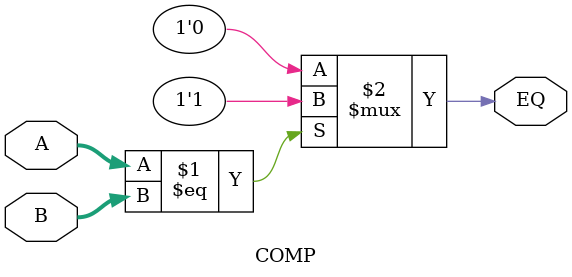
<source format=v>
module COMP(
  input [1:0] A,
  input [1:0] B,
  output EQ
);

  assign EQ = (A == B) ? 1'b1 : 1'b0;

endmodule


</source>
